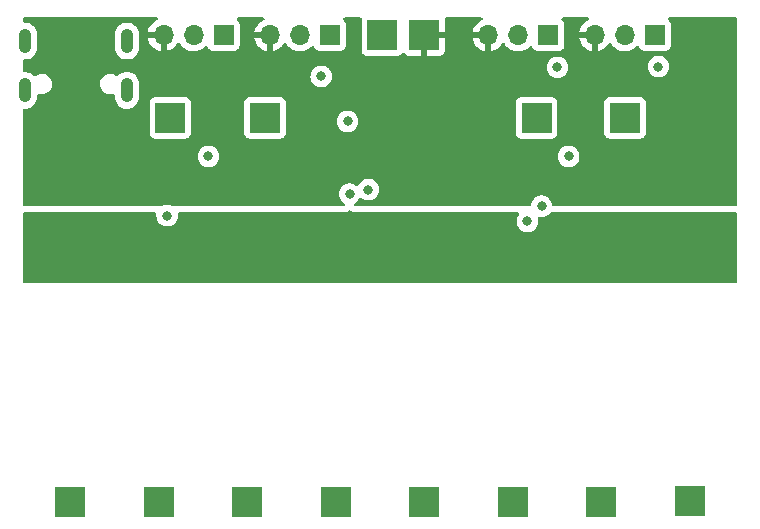
<source format=gbr>
%TF.GenerationSoftware,KiCad,Pcbnew,(6.0.4)*%
%TF.CreationDate,2023-01-21T01:53:35+00:00*%
%TF.ProjectId,Diff_probe,44696666-5f70-4726-9f62-652e6b696361,rev?*%
%TF.SameCoordinates,Original*%
%TF.FileFunction,Copper,L3,Inr*%
%TF.FilePolarity,Positive*%
%FSLAX46Y46*%
G04 Gerber Fmt 4.6, Leading zero omitted, Abs format (unit mm)*
G04 Created by KiCad (PCBNEW (6.0.4)) date 2023-01-21 01:53:35*
%MOMM*%
%LPD*%
G01*
G04 APERTURE LIST*
%TA.AperFunction,ComponentPad*%
%ADD10R,2.500000X2.500000*%
%TD*%
%TA.AperFunction,ComponentPad*%
%ADD11R,1.700000X1.700000*%
%TD*%
%TA.AperFunction,ComponentPad*%
%ADD12O,1.700000X1.700000*%
%TD*%
%TA.AperFunction,ComponentPad*%
%ADD13O,1.050000X2.100000*%
%TD*%
%TA.AperFunction,ViaPad*%
%ADD14C,0.800000*%
%TD*%
G04 APERTURE END LIST*
D10*
%TO.N,Net-(R23-Pad1)*%
%TO.C,TP11*%
X173000000Y-58500000D03*
%TD*%
D11*
%TO.N,GND*%
%TO.C,J5*%
X177525000Y-19000000D03*
D12*
%TO.N,Output4*%
X174985000Y-19000000D03*
%TO.N,+5V*%
X172445000Y-19000000D03*
%TD*%
D10*
%TO.N,Net-(JP7-Pad2)*%
%TO.C,TP13*%
X167500000Y-26000000D03*
%TD*%
%TO.N,Net-(R2-Pad1)*%
%TO.C,TP4*%
X143000000Y-58500000D03*
%TD*%
%TO.N,Net-(R21-Pad1)*%
%TO.C,TP9*%
X158000000Y-58500000D03*
%TD*%
D11*
%TO.N,GND*%
%TO.C,J1*%
X141000000Y-19000000D03*
D12*
%TO.N,Output1*%
X138460000Y-19000000D03*
%TO.N,+5V*%
X135920000Y-19000000D03*
%TD*%
D11*
%TO.N,GND*%
%TO.C,J3*%
X150025000Y-19000000D03*
D12*
%TO.N,Output2*%
X147485000Y-19000000D03*
%TO.N,+5V*%
X144945000Y-19000000D03*
%TD*%
D11*
%TO.N,GND*%
%TO.C,J4*%
X168500000Y-19000000D03*
D12*
%TO.N,Output3*%
X165960000Y-19000000D03*
%TO.N,+5V*%
X163420000Y-19000000D03*
%TD*%
D13*
%TO.N,GND*%
%TO.C,J2*%
X132820000Y-23680000D03*
X124180000Y-23680000D03*
X132820000Y-19500000D03*
X124180000Y-19500000D03*
%TD*%
D10*
%TO.N,Net-(R22-Pad1)*%
%TO.C,TP10*%
X165500000Y-58500000D03*
%TD*%
%TO.N,Net-(R3-Pad1)*%
%TO.C,TP1*%
X128000000Y-58500000D03*
%TD*%
%TO.N,GND*%
%TO.C,TP8*%
X154450000Y-19000000D03*
%TD*%
%TO.N,Net-(JP4-Pad2)*%
%TO.C,TP6*%
X144500000Y-26000000D03*
%TD*%
%TO.N,Net-(JP8-Pad2)*%
%TO.C,TP14*%
X175000000Y-26000000D03*
%TD*%
%TO.N,+5V*%
%TO.C,TP7*%
X158000000Y-19000000D03*
%TD*%
%TO.N,Net-(R24-Pad1)*%
%TO.C,TP12*%
X180500000Y-58462500D03*
%TD*%
%TO.N,Net-(R12-Pad1)*%
%TO.C,TP5*%
X150500000Y-58500000D03*
%TD*%
%TO.N,Net-(JP2-Pad2)*%
%TO.C,TP3*%
X136500000Y-26000000D03*
%TD*%
%TO.N,Net-(R4-Pad1)*%
%TO.C,TP2*%
X135500000Y-58500000D03*
%TD*%
D14*
%TO.N,GND*%
X151500000Y-26300000D03*
%TO.N,+5V*%
X151525500Y-24800000D03*
%TO.N,+2V5*%
X143275000Y-36725000D03*
X136504845Y-36572675D03*
X157500000Y-34362500D03*
X168050000Y-36450000D03*
X174000000Y-36500000D03*
%TO.N,GND*%
X169275000Y-21725000D03*
X166725000Y-34775000D03*
X177825000Y-21675000D03*
X170225000Y-29275000D03*
X151675000Y-32456250D03*
X139725000Y-29275000D03*
X153256250Y-32075000D03*
X149275000Y-22500000D03*
X136225000Y-34275000D03*
X167927223Y-33481346D03*
%TO.N,+5V*%
X172075000Y-29075000D03*
X141575000Y-29575000D03*
X153081250Y-30200000D03*
X127000000Y-30000000D03*
X151375000Y-29456250D03*
%TD*%
%TA.AperFunction,Conductor*%
%TO.N,+2V5*%
G36*
X151727482Y-33846499D02*
G01*
X151758753Y-33866384D01*
X151804565Y-33906081D01*
X151804568Y-33906083D01*
X151811376Y-33911982D01*
X151944325Y-33972698D01*
X151954995Y-33975831D01*
X152008123Y-33991431D01*
X152008127Y-33991432D01*
X152012446Y-33992700D01*
X152016895Y-33993340D01*
X152016901Y-33993341D01*
X152152668Y-34012861D01*
X152152673Y-34012861D01*
X152157115Y-34013500D01*
X157180618Y-34013500D01*
X157260961Y-34007176D01*
X157296596Y-34001531D01*
X157300552Y-34000360D01*
X157302928Y-33999656D01*
X157307250Y-33998377D01*
X157324464Y-33995925D01*
X157324477Y-33995984D01*
X157445534Y-33970252D01*
X157471722Y-33967500D01*
X157528271Y-33967500D01*
X157554468Y-33970253D01*
X157669044Y-33994607D01*
X157675502Y-33995980D01*
X157675507Y-33995981D01*
X157675449Y-33996256D01*
X157691258Y-33997936D01*
X157699445Y-34000360D01*
X157699460Y-34000363D01*
X157703404Y-34001531D01*
X157739039Y-34007176D01*
X157819382Y-34013500D01*
X165905151Y-34013500D01*
X165973272Y-34033502D01*
X166019765Y-34087158D01*
X166029869Y-34157432D01*
X165998789Y-34223808D01*
X165985960Y-34238056D01*
X165890473Y-34403444D01*
X165831458Y-34585072D01*
X165811496Y-34775000D01*
X165831458Y-34964928D01*
X165890473Y-35146556D01*
X165893776Y-35152278D01*
X165893777Y-35152279D01*
X165911803Y-35183500D01*
X165985960Y-35311944D01*
X166113747Y-35453866D01*
X166268248Y-35566118D01*
X166274276Y-35568802D01*
X166274278Y-35568803D01*
X166436681Y-35641109D01*
X166442712Y-35643794D01*
X166536112Y-35663647D01*
X166623056Y-35682128D01*
X166623061Y-35682128D01*
X166629513Y-35683500D01*
X166820487Y-35683500D01*
X166826939Y-35682128D01*
X166826944Y-35682128D01*
X166913887Y-35663647D01*
X167007288Y-35643794D01*
X167013319Y-35641109D01*
X167175722Y-35568803D01*
X167175724Y-35568802D01*
X167181752Y-35566118D01*
X167336253Y-35453866D01*
X167464040Y-35311944D01*
X167538197Y-35183500D01*
X167556223Y-35152279D01*
X167556224Y-35152278D01*
X167559527Y-35146556D01*
X167618542Y-34964928D01*
X167638504Y-34775000D01*
X167618542Y-34585072D01*
X167602026Y-34534241D01*
X167599998Y-34463275D01*
X167636660Y-34402477D01*
X167700372Y-34371152D01*
X167748055Y-34372059D01*
X167767876Y-34376272D01*
X167825279Y-34388474D01*
X167825284Y-34388474D01*
X167831736Y-34389846D01*
X168022710Y-34389846D01*
X168029162Y-34388474D01*
X168029167Y-34388474D01*
X168116111Y-34369993D01*
X168209511Y-34350140D01*
X168363534Y-34281565D01*
X168377945Y-34275149D01*
X168377947Y-34275148D01*
X168383975Y-34272464D01*
X168389521Y-34268435D01*
X168450941Y-34223810D01*
X168538476Y-34160212D01*
X168661794Y-34023253D01*
X168722239Y-33986014D01*
X168790927Y-33986668D01*
X168807147Y-33991431D01*
X168807151Y-33991432D01*
X168811470Y-33992700D01*
X168815919Y-33993340D01*
X168815925Y-33993341D01*
X168951692Y-34012861D01*
X168951697Y-34012861D01*
X168956139Y-34013500D01*
X184365500Y-34013500D01*
X184433621Y-34033502D01*
X184480114Y-34087158D01*
X184491500Y-34139500D01*
X184491500Y-39874000D01*
X184471498Y-39942121D01*
X184417842Y-39988614D01*
X184365500Y-40000000D01*
X124134500Y-40000000D01*
X124066379Y-39979998D01*
X124019886Y-39926342D01*
X124008500Y-39874000D01*
X124008500Y-34139500D01*
X124028502Y-34071379D01*
X124082158Y-34024886D01*
X124134500Y-34013500D01*
X135199043Y-34013500D01*
X135267164Y-34033502D01*
X135313657Y-34087158D01*
X135324353Y-34152670D01*
X135323152Y-34164095D01*
X135311496Y-34275000D01*
X135331458Y-34464928D01*
X135390473Y-34646556D01*
X135485960Y-34811944D01*
X135613747Y-34953866D01*
X135768248Y-35066118D01*
X135774276Y-35068802D01*
X135774278Y-35068803D01*
X135934799Y-35140271D01*
X135942712Y-35143794D01*
X136036112Y-35163647D01*
X136123056Y-35182128D01*
X136123061Y-35182128D01*
X136129513Y-35183500D01*
X136320487Y-35183500D01*
X136326939Y-35182128D01*
X136326944Y-35182128D01*
X136413888Y-35163647D01*
X136507288Y-35143794D01*
X136515201Y-35140271D01*
X136675722Y-35068803D01*
X136675724Y-35068802D01*
X136681752Y-35066118D01*
X136836253Y-34953866D01*
X136964040Y-34811944D01*
X137059527Y-34646556D01*
X137118542Y-34464928D01*
X137138504Y-34275000D01*
X137126848Y-34164095D01*
X137125647Y-34152670D01*
X137138419Y-34082832D01*
X137186921Y-34030985D01*
X137250957Y-34013500D01*
X151192885Y-34013500D01*
X151254115Y-34006770D01*
X151300998Y-34001617D01*
X151301006Y-34001616D01*
X151304424Y-34001240D01*
X151342802Y-33992700D01*
X151354491Y-33990099D01*
X151354494Y-33990098D01*
X151357856Y-33989350D01*
X151361114Y-33988240D01*
X151361120Y-33988238D01*
X151413893Y-33970253D01*
X151464074Y-33953152D01*
X151470729Y-33948785D01*
X151582509Y-33875434D01*
X151582512Y-33875432D01*
X151586271Y-33872965D01*
X151592820Y-33867180D01*
X151657115Y-33837069D01*
X151727482Y-33846499D01*
G37*
%TD.AperFunction*%
%TD*%
%TA.AperFunction,Conductor*%
%TO.N,+5V*%
G36*
X135397196Y-17528502D02*
G01*
X135443689Y-17582158D01*
X135453793Y-17652432D01*
X135424299Y-17717012D01*
X135387255Y-17746263D01*
X135198463Y-17844542D01*
X135189738Y-17850036D01*
X135019433Y-17977905D01*
X135011726Y-17984748D01*
X134864590Y-18138717D01*
X134858104Y-18146727D01*
X134738098Y-18322649D01*
X134733000Y-18331623D01*
X134643338Y-18524783D01*
X134639775Y-18534470D01*
X134584389Y-18734183D01*
X134585912Y-18742607D01*
X134598292Y-18746000D01*
X136048000Y-18746000D01*
X136116121Y-18766002D01*
X136162614Y-18819658D01*
X136174000Y-18872000D01*
X136174000Y-20318517D01*
X136178064Y-20332359D01*
X136191478Y-20334393D01*
X136198184Y-20333534D01*
X136208262Y-20331392D01*
X136412255Y-20270191D01*
X136421842Y-20266433D01*
X136613095Y-20172739D01*
X136621945Y-20167464D01*
X136795328Y-20043792D01*
X136803200Y-20037139D01*
X136954052Y-19886812D01*
X136960730Y-19878965D01*
X137088022Y-19701819D01*
X137089279Y-19702722D01*
X137136373Y-19659362D01*
X137206311Y-19647145D01*
X137271751Y-19674678D01*
X137299579Y-19706511D01*
X137359987Y-19805088D01*
X137506250Y-19973938D01*
X137678126Y-20116632D01*
X137871000Y-20229338D01*
X137875825Y-20231180D01*
X137875826Y-20231181D01*
X137916699Y-20246789D01*
X138079692Y-20309030D01*
X138084760Y-20310061D01*
X138084763Y-20310062D01*
X138179862Y-20329410D01*
X138298597Y-20353567D01*
X138303772Y-20353757D01*
X138303774Y-20353757D01*
X138516673Y-20361564D01*
X138516677Y-20361564D01*
X138521837Y-20361753D01*
X138526957Y-20361097D01*
X138526959Y-20361097D01*
X138738288Y-20334025D01*
X138738289Y-20334025D01*
X138743416Y-20333368D01*
X138748366Y-20331883D01*
X138952429Y-20270661D01*
X138952434Y-20270659D01*
X138957384Y-20269174D01*
X139157994Y-20170896D01*
X139339860Y-20041173D01*
X139448091Y-19933319D01*
X139510462Y-19899404D01*
X139581268Y-19904592D01*
X139638030Y-19947238D01*
X139655012Y-19978341D01*
X139699385Y-20096705D01*
X139786739Y-20213261D01*
X139903295Y-20300615D01*
X140039684Y-20351745D01*
X140101866Y-20358500D01*
X141898134Y-20358500D01*
X141960316Y-20351745D01*
X142096705Y-20300615D01*
X142213261Y-20213261D01*
X142300615Y-20096705D01*
X142351745Y-19960316D01*
X142358500Y-19898134D01*
X142358500Y-19267966D01*
X143613257Y-19267966D01*
X143643565Y-19402446D01*
X143646645Y-19412275D01*
X143726770Y-19609603D01*
X143731413Y-19618794D01*
X143842694Y-19800388D01*
X143848777Y-19808699D01*
X143988213Y-19969667D01*
X143995580Y-19976883D01*
X144159434Y-20112916D01*
X144167881Y-20118831D01*
X144351756Y-20226279D01*
X144361042Y-20230729D01*
X144560001Y-20306703D01*
X144569899Y-20309579D01*
X144673250Y-20330606D01*
X144687299Y-20329410D01*
X144691000Y-20319065D01*
X144691000Y-19272115D01*
X144686525Y-19256876D01*
X144685135Y-19255671D01*
X144677452Y-19254000D01*
X143628225Y-19254000D01*
X143614694Y-19257973D01*
X143613257Y-19267966D01*
X142358500Y-19267966D01*
X142358500Y-18101866D01*
X142351745Y-18039684D01*
X142300615Y-17903295D01*
X142213261Y-17786739D01*
X142173098Y-17756638D01*
X142144661Y-17735326D01*
X142102146Y-17678467D01*
X142097120Y-17607648D01*
X142131180Y-17545355D01*
X142193511Y-17511365D01*
X142220226Y-17508500D01*
X144354075Y-17508500D01*
X144422196Y-17528502D01*
X144468689Y-17582158D01*
X144478793Y-17652432D01*
X144449299Y-17717012D01*
X144412255Y-17746263D01*
X144223463Y-17844542D01*
X144214738Y-17850036D01*
X144044433Y-17977905D01*
X144036726Y-17984748D01*
X143889590Y-18138717D01*
X143883104Y-18146727D01*
X143763098Y-18322649D01*
X143758000Y-18331623D01*
X143668338Y-18524783D01*
X143664775Y-18534470D01*
X143609389Y-18734183D01*
X143610912Y-18742607D01*
X143623292Y-18746000D01*
X145073000Y-18746000D01*
X145141121Y-18766002D01*
X145187614Y-18819658D01*
X145199000Y-18872000D01*
X145199000Y-20318517D01*
X145203064Y-20332359D01*
X145216478Y-20334393D01*
X145223184Y-20333534D01*
X145233262Y-20331392D01*
X145437255Y-20270191D01*
X145446842Y-20266433D01*
X145638095Y-20172739D01*
X145646945Y-20167464D01*
X145820328Y-20043792D01*
X145828200Y-20037139D01*
X145979052Y-19886812D01*
X145985730Y-19878965D01*
X146113022Y-19701819D01*
X146114279Y-19702722D01*
X146161373Y-19659362D01*
X146231311Y-19647145D01*
X146296751Y-19674678D01*
X146324579Y-19706511D01*
X146384987Y-19805088D01*
X146531250Y-19973938D01*
X146703126Y-20116632D01*
X146896000Y-20229338D01*
X146900825Y-20231180D01*
X146900826Y-20231181D01*
X146941699Y-20246789D01*
X147104692Y-20309030D01*
X147109760Y-20310061D01*
X147109763Y-20310062D01*
X147204862Y-20329410D01*
X147323597Y-20353567D01*
X147328772Y-20353757D01*
X147328774Y-20353757D01*
X147541673Y-20361564D01*
X147541677Y-20361564D01*
X147546837Y-20361753D01*
X147551957Y-20361097D01*
X147551959Y-20361097D01*
X147763288Y-20334025D01*
X147763289Y-20334025D01*
X147768416Y-20333368D01*
X147773366Y-20331883D01*
X147977429Y-20270661D01*
X147977434Y-20270659D01*
X147982384Y-20269174D01*
X148182994Y-20170896D01*
X148364860Y-20041173D01*
X148473091Y-19933319D01*
X148535462Y-19899404D01*
X148606268Y-19904592D01*
X148663030Y-19947238D01*
X148680012Y-19978341D01*
X148724385Y-20096705D01*
X148811739Y-20213261D01*
X148928295Y-20300615D01*
X149064684Y-20351745D01*
X149126866Y-20358500D01*
X150923134Y-20358500D01*
X150985316Y-20351745D01*
X151121705Y-20300615D01*
X151238261Y-20213261D01*
X151325615Y-20096705D01*
X151376745Y-19960316D01*
X151383500Y-19898134D01*
X151383500Y-18101866D01*
X151376745Y-18039684D01*
X151325615Y-17903295D01*
X151238261Y-17786739D01*
X151198098Y-17756638D01*
X151169661Y-17735326D01*
X151127146Y-17678467D01*
X151122120Y-17607648D01*
X151156180Y-17545355D01*
X151218511Y-17511365D01*
X151245226Y-17508500D01*
X152572077Y-17508500D01*
X152640198Y-17528502D01*
X152686691Y-17582158D01*
X152697340Y-17648105D01*
X152691500Y-17701866D01*
X152691500Y-20298134D01*
X152698255Y-20360316D01*
X152749385Y-20496705D01*
X152836739Y-20613261D01*
X152953295Y-20700615D01*
X153089684Y-20751745D01*
X153151866Y-20758500D01*
X155748134Y-20758500D01*
X155810316Y-20751745D01*
X155946705Y-20700615D01*
X156063261Y-20613261D01*
X156124489Y-20531565D01*
X156181345Y-20489053D01*
X156252163Y-20484027D01*
X156314457Y-20518087D01*
X156326138Y-20531568D01*
X156381715Y-20605724D01*
X156394276Y-20618285D01*
X156496351Y-20694786D01*
X156511946Y-20703324D01*
X156632394Y-20748478D01*
X156647649Y-20752105D01*
X156698514Y-20757631D01*
X156705328Y-20758000D01*
X157727885Y-20758000D01*
X157743124Y-20753525D01*
X157744329Y-20752135D01*
X157746000Y-20744452D01*
X157746000Y-20739884D01*
X158254000Y-20739884D01*
X158258475Y-20755123D01*
X158259865Y-20756328D01*
X158267548Y-20757999D01*
X159294669Y-20757999D01*
X159301490Y-20757629D01*
X159352352Y-20752105D01*
X159367604Y-20748479D01*
X159488054Y-20703324D01*
X159503649Y-20694786D01*
X159605724Y-20618285D01*
X159618285Y-20605724D01*
X159694786Y-20503649D01*
X159703324Y-20488054D01*
X159748478Y-20367606D01*
X159752105Y-20352351D01*
X159757631Y-20301486D01*
X159758000Y-20294672D01*
X159758000Y-19272115D01*
X159756782Y-19267966D01*
X162088257Y-19267966D01*
X162118565Y-19402446D01*
X162121645Y-19412275D01*
X162201770Y-19609603D01*
X162206413Y-19618794D01*
X162317694Y-19800388D01*
X162323777Y-19808699D01*
X162463213Y-19969667D01*
X162470580Y-19976883D01*
X162634434Y-20112916D01*
X162642881Y-20118831D01*
X162826756Y-20226279D01*
X162836042Y-20230729D01*
X163035001Y-20306703D01*
X163044899Y-20309579D01*
X163148250Y-20330606D01*
X163162299Y-20329410D01*
X163166000Y-20319065D01*
X163166000Y-19272115D01*
X163161525Y-19256876D01*
X163160135Y-19255671D01*
X163152452Y-19254000D01*
X162103225Y-19254000D01*
X162089694Y-19257973D01*
X162088257Y-19267966D01*
X159756782Y-19267966D01*
X159753525Y-19256876D01*
X159752135Y-19255671D01*
X159744452Y-19254000D01*
X158272115Y-19254000D01*
X158256876Y-19258475D01*
X158255671Y-19259865D01*
X158254000Y-19267548D01*
X158254000Y-20739884D01*
X157746000Y-20739884D01*
X157746000Y-18872000D01*
X157766002Y-18803879D01*
X157819658Y-18757386D01*
X157872000Y-18746000D01*
X159739884Y-18746000D01*
X159755123Y-18741525D01*
X159756328Y-18740135D01*
X159757999Y-18732452D01*
X159757999Y-17705331D01*
X159757629Y-17698509D01*
X159752155Y-17648105D01*
X159764684Y-17578223D01*
X159813006Y-17526208D01*
X159877418Y-17508500D01*
X162829075Y-17508500D01*
X162897196Y-17528502D01*
X162943689Y-17582158D01*
X162953793Y-17652432D01*
X162924299Y-17717012D01*
X162887255Y-17746263D01*
X162698463Y-17844542D01*
X162689738Y-17850036D01*
X162519433Y-17977905D01*
X162511726Y-17984748D01*
X162364590Y-18138717D01*
X162358104Y-18146727D01*
X162238098Y-18322649D01*
X162233000Y-18331623D01*
X162143338Y-18524783D01*
X162139775Y-18534470D01*
X162084389Y-18734183D01*
X162085912Y-18742607D01*
X162098292Y-18746000D01*
X163548000Y-18746000D01*
X163616121Y-18766002D01*
X163662614Y-18819658D01*
X163674000Y-18872000D01*
X163674000Y-20318517D01*
X163678064Y-20332359D01*
X163691478Y-20334393D01*
X163698184Y-20333534D01*
X163708262Y-20331392D01*
X163912255Y-20270191D01*
X163921842Y-20266433D01*
X164113095Y-20172739D01*
X164121945Y-20167464D01*
X164295328Y-20043792D01*
X164303200Y-20037139D01*
X164454052Y-19886812D01*
X164460730Y-19878965D01*
X164588022Y-19701819D01*
X164589279Y-19702722D01*
X164636373Y-19659362D01*
X164706311Y-19647145D01*
X164771751Y-19674678D01*
X164799579Y-19706511D01*
X164859987Y-19805088D01*
X165006250Y-19973938D01*
X165178126Y-20116632D01*
X165371000Y-20229338D01*
X165375825Y-20231180D01*
X165375826Y-20231181D01*
X165416699Y-20246789D01*
X165579692Y-20309030D01*
X165584760Y-20310061D01*
X165584763Y-20310062D01*
X165679862Y-20329410D01*
X165798597Y-20353567D01*
X165803772Y-20353757D01*
X165803774Y-20353757D01*
X166016673Y-20361564D01*
X166016677Y-20361564D01*
X166021837Y-20361753D01*
X166026957Y-20361097D01*
X166026959Y-20361097D01*
X166238288Y-20334025D01*
X166238289Y-20334025D01*
X166243416Y-20333368D01*
X166248366Y-20331883D01*
X166452429Y-20270661D01*
X166452434Y-20270659D01*
X166457384Y-20269174D01*
X166657994Y-20170896D01*
X166839860Y-20041173D01*
X166948091Y-19933319D01*
X167010462Y-19899404D01*
X167081268Y-19904592D01*
X167138030Y-19947238D01*
X167155012Y-19978341D01*
X167199385Y-20096705D01*
X167286739Y-20213261D01*
X167403295Y-20300615D01*
X167539684Y-20351745D01*
X167601866Y-20358500D01*
X169398134Y-20358500D01*
X169460316Y-20351745D01*
X169596705Y-20300615D01*
X169713261Y-20213261D01*
X169800615Y-20096705D01*
X169851745Y-19960316D01*
X169858500Y-19898134D01*
X169858500Y-19267966D01*
X171113257Y-19267966D01*
X171143565Y-19402446D01*
X171146645Y-19412275D01*
X171226770Y-19609603D01*
X171231413Y-19618794D01*
X171342694Y-19800388D01*
X171348777Y-19808699D01*
X171488213Y-19969667D01*
X171495580Y-19976883D01*
X171659434Y-20112916D01*
X171667881Y-20118831D01*
X171851756Y-20226279D01*
X171861042Y-20230729D01*
X172060001Y-20306703D01*
X172069899Y-20309579D01*
X172173250Y-20330606D01*
X172187299Y-20329410D01*
X172191000Y-20319065D01*
X172191000Y-19272115D01*
X172186525Y-19256876D01*
X172185135Y-19255671D01*
X172177452Y-19254000D01*
X171128225Y-19254000D01*
X171114694Y-19257973D01*
X171113257Y-19267966D01*
X169858500Y-19267966D01*
X169858500Y-18101866D01*
X169851745Y-18039684D01*
X169800615Y-17903295D01*
X169713261Y-17786739D01*
X169673098Y-17756638D01*
X169644661Y-17735326D01*
X169602146Y-17678467D01*
X169597120Y-17607648D01*
X169631180Y-17545355D01*
X169693511Y-17511365D01*
X169720226Y-17508500D01*
X171854075Y-17508500D01*
X171922196Y-17528502D01*
X171968689Y-17582158D01*
X171978793Y-17652432D01*
X171949299Y-17717012D01*
X171912255Y-17746263D01*
X171723463Y-17844542D01*
X171714738Y-17850036D01*
X171544433Y-17977905D01*
X171536726Y-17984748D01*
X171389590Y-18138717D01*
X171383104Y-18146727D01*
X171263098Y-18322649D01*
X171258000Y-18331623D01*
X171168338Y-18524783D01*
X171164775Y-18534470D01*
X171109389Y-18734183D01*
X171110912Y-18742607D01*
X171123292Y-18746000D01*
X172573000Y-18746000D01*
X172641121Y-18766002D01*
X172687614Y-18819658D01*
X172699000Y-18872000D01*
X172699000Y-20318517D01*
X172703064Y-20332359D01*
X172716478Y-20334393D01*
X172723184Y-20333534D01*
X172733262Y-20331392D01*
X172937255Y-20270191D01*
X172946842Y-20266433D01*
X173138095Y-20172739D01*
X173146945Y-20167464D01*
X173320328Y-20043792D01*
X173328200Y-20037139D01*
X173479052Y-19886812D01*
X173485730Y-19878965D01*
X173613022Y-19701819D01*
X173614279Y-19702722D01*
X173661373Y-19659362D01*
X173731311Y-19647145D01*
X173796751Y-19674678D01*
X173824579Y-19706511D01*
X173884987Y-19805088D01*
X174031250Y-19973938D01*
X174203126Y-20116632D01*
X174396000Y-20229338D01*
X174400825Y-20231180D01*
X174400826Y-20231181D01*
X174441699Y-20246789D01*
X174604692Y-20309030D01*
X174609760Y-20310061D01*
X174609763Y-20310062D01*
X174704862Y-20329410D01*
X174823597Y-20353567D01*
X174828772Y-20353757D01*
X174828774Y-20353757D01*
X175041673Y-20361564D01*
X175041677Y-20361564D01*
X175046837Y-20361753D01*
X175051957Y-20361097D01*
X175051959Y-20361097D01*
X175263288Y-20334025D01*
X175263289Y-20334025D01*
X175268416Y-20333368D01*
X175273366Y-20331883D01*
X175477429Y-20270661D01*
X175477434Y-20270659D01*
X175482384Y-20269174D01*
X175682994Y-20170896D01*
X175864860Y-20041173D01*
X175973091Y-19933319D01*
X176035462Y-19899404D01*
X176106268Y-19904592D01*
X176163030Y-19947238D01*
X176180012Y-19978341D01*
X176224385Y-20096705D01*
X176311739Y-20213261D01*
X176428295Y-20300615D01*
X176564684Y-20351745D01*
X176626866Y-20358500D01*
X178423134Y-20358500D01*
X178485316Y-20351745D01*
X178621705Y-20300615D01*
X178738261Y-20213261D01*
X178825615Y-20096705D01*
X178876745Y-19960316D01*
X178883500Y-19898134D01*
X178883500Y-18101866D01*
X178876745Y-18039684D01*
X178825615Y-17903295D01*
X178738261Y-17786739D01*
X178698098Y-17756638D01*
X178669661Y-17735326D01*
X178627146Y-17678467D01*
X178622120Y-17607648D01*
X178656180Y-17545355D01*
X178718511Y-17511365D01*
X178745226Y-17508500D01*
X184365500Y-17508500D01*
X184433621Y-17528502D01*
X184480114Y-17582158D01*
X184491500Y-17634500D01*
X184491500Y-33374000D01*
X184471498Y-33442121D01*
X184417842Y-33488614D01*
X184365500Y-33500000D01*
X168956139Y-33500000D01*
X168888018Y-33479998D01*
X168841525Y-33426342D01*
X168830829Y-33387171D01*
X168821455Y-33297980D01*
X168821454Y-33297977D01*
X168820765Y-33291418D01*
X168761750Y-33109790D01*
X168666263Y-32944402D01*
X168598194Y-32868803D01*
X168542898Y-32807391D01*
X168542897Y-32807390D01*
X168538476Y-32802480D01*
X168383975Y-32690228D01*
X168377947Y-32687544D01*
X168377945Y-32687543D01*
X168215542Y-32615237D01*
X168215541Y-32615237D01*
X168209511Y-32612552D01*
X168116110Y-32592699D01*
X168029167Y-32574218D01*
X168029162Y-32574218D01*
X168022710Y-32572846D01*
X167831736Y-32572846D01*
X167825284Y-32574218D01*
X167825279Y-32574218D01*
X167738335Y-32592699D01*
X167644935Y-32612552D01*
X167638905Y-32615237D01*
X167638904Y-32615237D01*
X167476501Y-32687543D01*
X167476499Y-32687544D01*
X167470471Y-32690228D01*
X167315970Y-32802480D01*
X167311549Y-32807390D01*
X167311548Y-32807391D01*
X167256253Y-32868803D01*
X167188183Y-32944402D01*
X167092696Y-33109790D01*
X167033681Y-33291418D01*
X167032992Y-33297977D01*
X167032991Y-33297980D01*
X167023617Y-33387171D01*
X166996604Y-33452827D01*
X166938382Y-33493457D01*
X166898307Y-33500000D01*
X157819382Y-33500000D01*
X157783747Y-33494355D01*
X157782288Y-33493706D01*
X157775833Y-33492334D01*
X157775830Y-33492333D01*
X157601944Y-33455372D01*
X157601939Y-33455372D01*
X157595487Y-33454000D01*
X157404513Y-33454000D01*
X157398061Y-33455372D01*
X157398056Y-33455372D01*
X157224170Y-33492333D01*
X157224167Y-33492334D01*
X157217712Y-33493706D01*
X157216253Y-33494355D01*
X157180618Y-33500000D01*
X152157115Y-33500000D01*
X152088994Y-33479998D01*
X152042501Y-33426342D01*
X152032397Y-33356068D01*
X152061891Y-33291488D01*
X152105867Y-33258893D01*
X152125719Y-33250055D01*
X152125726Y-33250051D01*
X152131752Y-33247368D01*
X152286253Y-33135116D01*
X152414040Y-32993194D01*
X152509527Y-32827806D01*
X152512104Y-32829294D01*
X152549831Y-32785075D01*
X152617797Y-32764553D01*
X152686069Y-32784033D01*
X152692821Y-32788612D01*
X152799498Y-32866118D01*
X152805526Y-32868802D01*
X152805528Y-32868803D01*
X152964304Y-32939494D01*
X152973962Y-32943794D01*
X153067363Y-32963647D01*
X153154306Y-32982128D01*
X153154311Y-32982128D01*
X153160763Y-32983500D01*
X153351737Y-32983500D01*
X153358189Y-32982128D01*
X153358194Y-32982128D01*
X153445137Y-32963647D01*
X153538538Y-32943794D01*
X153548196Y-32939494D01*
X153706972Y-32868803D01*
X153706974Y-32868802D01*
X153713002Y-32866118D01*
X153867503Y-32753866D01*
X153871925Y-32748955D01*
X153990871Y-32616852D01*
X153990872Y-32616851D01*
X153995290Y-32611944D01*
X154090777Y-32446556D01*
X154149792Y-32264928D01*
X154169754Y-32075000D01*
X154149792Y-31885072D01*
X154090777Y-31703444D01*
X153995290Y-31538056D01*
X153867503Y-31396134D01*
X153713002Y-31283882D01*
X153706974Y-31281198D01*
X153706972Y-31281197D01*
X153544569Y-31208891D01*
X153544568Y-31208891D01*
X153538538Y-31206206D01*
X153445138Y-31186353D01*
X153358194Y-31167872D01*
X153358189Y-31167872D01*
X153351737Y-31166500D01*
X153160763Y-31166500D01*
X153154311Y-31167872D01*
X153154306Y-31167872D01*
X153067363Y-31186353D01*
X152973962Y-31206206D01*
X152967932Y-31208891D01*
X152967931Y-31208891D01*
X152805528Y-31281197D01*
X152805526Y-31281198D01*
X152799498Y-31283882D01*
X152644997Y-31396134D01*
X152517210Y-31538056D01*
X152421723Y-31703444D01*
X152419146Y-31701956D01*
X152381419Y-31746175D01*
X152313453Y-31766697D01*
X152245181Y-31747217D01*
X152238428Y-31742637D01*
X152137094Y-31669013D01*
X152137093Y-31669012D01*
X152131752Y-31665132D01*
X152125724Y-31662448D01*
X152125722Y-31662447D01*
X151963319Y-31590141D01*
X151963318Y-31590141D01*
X151957288Y-31587456D01*
X151863887Y-31567603D01*
X151776944Y-31549122D01*
X151776939Y-31549122D01*
X151770487Y-31547750D01*
X151579513Y-31547750D01*
X151573061Y-31549122D01*
X151573056Y-31549122D01*
X151486113Y-31567603D01*
X151392712Y-31587456D01*
X151386682Y-31590141D01*
X151386681Y-31590141D01*
X151224278Y-31662447D01*
X151224276Y-31662448D01*
X151218248Y-31665132D01*
X151063747Y-31777384D01*
X151059326Y-31782294D01*
X151059325Y-31782295D01*
X150981854Y-31868336D01*
X150935960Y-31919306D01*
X150840473Y-32084694D01*
X150781458Y-32266322D01*
X150761496Y-32456250D01*
X150762186Y-32462815D01*
X150777780Y-32611180D01*
X150781458Y-32646178D01*
X150840473Y-32827806D01*
X150935960Y-32993194D01*
X151063747Y-33135116D01*
X151218248Y-33247368D01*
X151224274Y-33250051D01*
X151224281Y-33250055D01*
X151244133Y-33258893D01*
X151298229Y-33304873D01*
X151318879Y-33372800D01*
X151299527Y-33441108D01*
X151246317Y-33488110D01*
X151192885Y-33500000D01*
X136742050Y-33500000D01*
X136681768Y-33483846D01*
X136681752Y-33483882D01*
X136681523Y-33483780D01*
X136675724Y-33481198D01*
X136675722Y-33481197D01*
X136513319Y-33408891D01*
X136513318Y-33408891D01*
X136507288Y-33406206D01*
X136413887Y-33386353D01*
X136326944Y-33367872D01*
X136326939Y-33367872D01*
X136320487Y-33366500D01*
X136129513Y-33366500D01*
X136123061Y-33367872D01*
X136123056Y-33367872D01*
X136036112Y-33386353D01*
X135942712Y-33406206D01*
X135936682Y-33408891D01*
X135936681Y-33408891D01*
X135774278Y-33481197D01*
X135774276Y-33481198D01*
X135768248Y-33483882D01*
X135768232Y-33483846D01*
X135707950Y-33500000D01*
X124134500Y-33500000D01*
X124066379Y-33479998D01*
X124019886Y-33426342D01*
X124008500Y-33374000D01*
X124008500Y-29275000D01*
X138811496Y-29275000D01*
X138831458Y-29464928D01*
X138890473Y-29646556D01*
X138985960Y-29811944D01*
X139113747Y-29953866D01*
X139268248Y-30066118D01*
X139274276Y-30068802D01*
X139274278Y-30068803D01*
X139436681Y-30141109D01*
X139442712Y-30143794D01*
X139536113Y-30163647D01*
X139623056Y-30182128D01*
X139623061Y-30182128D01*
X139629513Y-30183500D01*
X139820487Y-30183500D01*
X139826939Y-30182128D01*
X139826944Y-30182128D01*
X139913887Y-30163647D01*
X140007288Y-30143794D01*
X140013319Y-30141109D01*
X140175722Y-30068803D01*
X140175724Y-30068802D01*
X140181752Y-30066118D01*
X140336253Y-29953866D01*
X140464040Y-29811944D01*
X140559527Y-29646556D01*
X140618542Y-29464928D01*
X140638504Y-29275000D01*
X169311496Y-29275000D01*
X169331458Y-29464928D01*
X169390473Y-29646556D01*
X169485960Y-29811944D01*
X169613747Y-29953866D01*
X169768248Y-30066118D01*
X169774276Y-30068802D01*
X169774278Y-30068803D01*
X169936681Y-30141109D01*
X169942712Y-30143794D01*
X170036113Y-30163647D01*
X170123056Y-30182128D01*
X170123061Y-30182128D01*
X170129513Y-30183500D01*
X170320487Y-30183500D01*
X170326939Y-30182128D01*
X170326944Y-30182128D01*
X170413887Y-30163647D01*
X170507288Y-30143794D01*
X170513319Y-30141109D01*
X170675722Y-30068803D01*
X170675724Y-30068802D01*
X170681752Y-30066118D01*
X170836253Y-29953866D01*
X170964040Y-29811944D01*
X171059527Y-29646556D01*
X171118542Y-29464928D01*
X171138504Y-29275000D01*
X171118542Y-29085072D01*
X171059527Y-28903444D01*
X170964040Y-28738056D01*
X170836253Y-28596134D01*
X170681752Y-28483882D01*
X170675724Y-28481198D01*
X170675722Y-28481197D01*
X170513319Y-28408891D01*
X170513318Y-28408891D01*
X170507288Y-28406206D01*
X170413887Y-28386353D01*
X170326944Y-28367872D01*
X170326939Y-28367872D01*
X170320487Y-28366500D01*
X170129513Y-28366500D01*
X170123061Y-28367872D01*
X170123056Y-28367872D01*
X170036113Y-28386353D01*
X169942712Y-28406206D01*
X169936682Y-28408891D01*
X169936681Y-28408891D01*
X169774278Y-28481197D01*
X169774276Y-28481198D01*
X169768248Y-28483882D01*
X169613747Y-28596134D01*
X169485960Y-28738056D01*
X169390473Y-28903444D01*
X169331458Y-29085072D01*
X169311496Y-29275000D01*
X140638504Y-29275000D01*
X140618542Y-29085072D01*
X140559527Y-28903444D01*
X140464040Y-28738056D01*
X140336253Y-28596134D01*
X140181752Y-28483882D01*
X140175724Y-28481198D01*
X140175722Y-28481197D01*
X140013319Y-28408891D01*
X140013318Y-28408891D01*
X140007288Y-28406206D01*
X139913887Y-28386353D01*
X139826944Y-28367872D01*
X139826939Y-28367872D01*
X139820487Y-28366500D01*
X139629513Y-28366500D01*
X139623061Y-28367872D01*
X139623056Y-28367872D01*
X139536113Y-28386353D01*
X139442712Y-28406206D01*
X139436682Y-28408891D01*
X139436681Y-28408891D01*
X139274278Y-28481197D01*
X139274276Y-28481198D01*
X139268248Y-28483882D01*
X139113747Y-28596134D01*
X138985960Y-28738056D01*
X138890473Y-28903444D01*
X138831458Y-29085072D01*
X138811496Y-29275000D01*
X124008500Y-29275000D01*
X124008500Y-27298134D01*
X134741500Y-27298134D01*
X134748255Y-27360316D01*
X134799385Y-27496705D01*
X134886739Y-27613261D01*
X135003295Y-27700615D01*
X135139684Y-27751745D01*
X135201866Y-27758500D01*
X137798134Y-27758500D01*
X137860316Y-27751745D01*
X137996705Y-27700615D01*
X138113261Y-27613261D01*
X138200615Y-27496705D01*
X138251745Y-27360316D01*
X138258500Y-27298134D01*
X142741500Y-27298134D01*
X142748255Y-27360316D01*
X142799385Y-27496705D01*
X142886739Y-27613261D01*
X143003295Y-27700615D01*
X143139684Y-27751745D01*
X143201866Y-27758500D01*
X145798134Y-27758500D01*
X145860316Y-27751745D01*
X145996705Y-27700615D01*
X146113261Y-27613261D01*
X146200615Y-27496705D01*
X146251745Y-27360316D01*
X146258500Y-27298134D01*
X165741500Y-27298134D01*
X165748255Y-27360316D01*
X165799385Y-27496705D01*
X165886739Y-27613261D01*
X166003295Y-27700615D01*
X166139684Y-27751745D01*
X166201866Y-27758500D01*
X168798134Y-27758500D01*
X168860316Y-27751745D01*
X168996705Y-27700615D01*
X169113261Y-27613261D01*
X169200615Y-27496705D01*
X169251745Y-27360316D01*
X169258500Y-27298134D01*
X173241500Y-27298134D01*
X173248255Y-27360316D01*
X173299385Y-27496705D01*
X173386739Y-27613261D01*
X173503295Y-27700615D01*
X173639684Y-27751745D01*
X173701866Y-27758500D01*
X176298134Y-27758500D01*
X176360316Y-27751745D01*
X176496705Y-27700615D01*
X176613261Y-27613261D01*
X176700615Y-27496705D01*
X176751745Y-27360316D01*
X176758500Y-27298134D01*
X176758500Y-24701866D01*
X176751745Y-24639684D01*
X176700615Y-24503295D01*
X176613261Y-24386739D01*
X176496705Y-24299385D01*
X176360316Y-24248255D01*
X176298134Y-24241500D01*
X173701866Y-24241500D01*
X173639684Y-24248255D01*
X173503295Y-24299385D01*
X173386739Y-24386739D01*
X173299385Y-24503295D01*
X173248255Y-24639684D01*
X173241500Y-24701866D01*
X173241500Y-27298134D01*
X169258500Y-27298134D01*
X169258500Y-24701866D01*
X169251745Y-24639684D01*
X169200615Y-24503295D01*
X169113261Y-24386739D01*
X168996705Y-24299385D01*
X168860316Y-24248255D01*
X168798134Y-24241500D01*
X166201866Y-24241500D01*
X166139684Y-24248255D01*
X166003295Y-24299385D01*
X165886739Y-24386739D01*
X165799385Y-24503295D01*
X165748255Y-24639684D01*
X165741500Y-24701866D01*
X165741500Y-27298134D01*
X146258500Y-27298134D01*
X146258500Y-26300000D01*
X150586496Y-26300000D01*
X150606458Y-26489928D01*
X150665473Y-26671556D01*
X150760960Y-26836944D01*
X150888747Y-26978866D01*
X151043248Y-27091118D01*
X151049276Y-27093802D01*
X151049278Y-27093803D01*
X151211681Y-27166109D01*
X151217712Y-27168794D01*
X151311113Y-27188647D01*
X151398056Y-27207128D01*
X151398061Y-27207128D01*
X151404513Y-27208500D01*
X151595487Y-27208500D01*
X151601939Y-27207128D01*
X151601944Y-27207128D01*
X151688887Y-27188647D01*
X151782288Y-27168794D01*
X151788319Y-27166109D01*
X151950722Y-27093803D01*
X151950724Y-27093802D01*
X151956752Y-27091118D01*
X152111253Y-26978866D01*
X152239040Y-26836944D01*
X152334527Y-26671556D01*
X152393542Y-26489928D01*
X152413504Y-26300000D01*
X152393542Y-26110072D01*
X152334527Y-25928444D01*
X152239040Y-25763056D01*
X152111253Y-25621134D01*
X151956752Y-25508882D01*
X151950724Y-25506198D01*
X151950722Y-25506197D01*
X151788319Y-25433891D01*
X151788318Y-25433891D01*
X151782288Y-25431206D01*
X151688888Y-25411353D01*
X151601944Y-25392872D01*
X151601939Y-25392872D01*
X151595487Y-25391500D01*
X151404513Y-25391500D01*
X151398061Y-25392872D01*
X151398056Y-25392872D01*
X151311113Y-25411353D01*
X151217712Y-25431206D01*
X151211682Y-25433891D01*
X151211681Y-25433891D01*
X151049278Y-25506197D01*
X151049276Y-25506198D01*
X151043248Y-25508882D01*
X150888747Y-25621134D01*
X150760960Y-25763056D01*
X150665473Y-25928444D01*
X150606458Y-26110072D01*
X150586496Y-26300000D01*
X146258500Y-26300000D01*
X146258500Y-24701866D01*
X146251745Y-24639684D01*
X146200615Y-24503295D01*
X146113261Y-24386739D01*
X145996705Y-24299385D01*
X145860316Y-24248255D01*
X145798134Y-24241500D01*
X143201866Y-24241500D01*
X143139684Y-24248255D01*
X143003295Y-24299385D01*
X142886739Y-24386739D01*
X142799385Y-24503295D01*
X142748255Y-24639684D01*
X142741500Y-24701866D01*
X142741500Y-27298134D01*
X138258500Y-27298134D01*
X138258500Y-24701866D01*
X138251745Y-24639684D01*
X138200615Y-24503295D01*
X138113261Y-24386739D01*
X137996705Y-24299385D01*
X137860316Y-24248255D01*
X137798134Y-24241500D01*
X135201866Y-24241500D01*
X135139684Y-24248255D01*
X135003295Y-24299385D01*
X134886739Y-24386739D01*
X134799385Y-24503295D01*
X134748255Y-24639684D01*
X134741500Y-24701866D01*
X134741500Y-27298134D01*
X124008500Y-27298134D01*
X124008500Y-25366150D01*
X124028502Y-25298029D01*
X124082158Y-25251536D01*
X124147670Y-25240840D01*
X124172750Y-25243476D01*
X124256014Y-25235898D01*
X124368457Y-25225665D01*
X124368460Y-25225664D01*
X124374596Y-25225106D01*
X124380502Y-25223368D01*
X124380506Y-25223367D01*
X124563120Y-25169620D01*
X124563119Y-25169620D01*
X124569029Y-25167881D01*
X124574486Y-25165028D01*
X124574489Y-25165027D01*
X124658837Y-25120931D01*
X124748645Y-25073981D01*
X124906601Y-24946981D01*
X125036881Y-24791719D01*
X125039845Y-24786327D01*
X125039848Y-24786323D01*
X125131556Y-24619506D01*
X125134523Y-24614109D01*
X125195807Y-24420916D01*
X125196739Y-24412615D01*
X125213107Y-24266683D01*
X125213500Y-24263183D01*
X125213500Y-24098341D01*
X125233502Y-24030220D01*
X125287158Y-23983727D01*
X125357432Y-23973623D01*
X125366969Y-23975373D01*
X125485116Y-24001782D01*
X125508693Y-24007052D01*
X125508695Y-24007052D01*
X125513740Y-24008180D01*
X125519463Y-24008500D01*
X125656596Y-24008500D01*
X125795437Y-23993417D01*
X125972223Y-23933922D01*
X126132109Y-23837853D01*
X126267636Y-23709692D01*
X126271471Y-23704049D01*
X126368646Y-23561060D01*
X126368647Y-23561058D01*
X126372480Y-23555418D01*
X126405071Y-23473937D01*
X126439215Y-23388570D01*
X126439216Y-23388568D01*
X126441751Y-23382229D01*
X126472216Y-23198205D01*
X126471203Y-23178866D01*
X126467163Y-23101795D01*
X130527784Y-23101795D01*
X130528141Y-23108611D01*
X130528141Y-23108615D01*
X130532837Y-23198205D01*
X130537547Y-23288067D01*
X130587080Y-23467898D01*
X130674075Y-23632898D01*
X130678480Y-23638111D01*
X130678483Y-23638115D01*
X130790064Y-23770153D01*
X130790068Y-23770157D01*
X130794471Y-23775367D01*
X130799895Y-23779514D01*
X130799896Y-23779515D01*
X130937231Y-23884516D01*
X130937235Y-23884519D01*
X130942652Y-23888660D01*
X131111704Y-23967490D01*
X131293740Y-24008180D01*
X131299463Y-24008500D01*
X131436596Y-24008500D01*
X131575437Y-23993417D01*
X131581901Y-23991242D01*
X131581904Y-23991241D01*
X131605295Y-23983369D01*
X131620312Y-23978315D01*
X131691253Y-23975545D01*
X131752432Y-24011568D01*
X131784423Y-24074949D01*
X131786500Y-24097734D01*
X131786500Y-24256004D01*
X131801277Y-24406713D01*
X131859858Y-24600742D01*
X131955010Y-24779698D01*
X132083110Y-24936763D01*
X132087857Y-24940690D01*
X132087859Y-24940692D01*
X132234528Y-25062027D01*
X132234531Y-25062029D01*
X132239278Y-25065956D01*
X132417565Y-25162356D01*
X132514373Y-25192323D01*
X132605293Y-25220468D01*
X132605296Y-25220469D01*
X132611180Y-25222290D01*
X132617305Y-25222934D01*
X132617306Y-25222934D01*
X132806622Y-25242832D01*
X132806623Y-25242832D01*
X132812750Y-25243476D01*
X132896014Y-25235898D01*
X133008457Y-25225665D01*
X133008460Y-25225664D01*
X133014596Y-25225106D01*
X133020502Y-25223368D01*
X133020506Y-25223367D01*
X133203120Y-25169620D01*
X133203119Y-25169620D01*
X133209029Y-25167881D01*
X133214486Y-25165028D01*
X133214489Y-25165027D01*
X133298837Y-25120931D01*
X133388645Y-25073981D01*
X133546601Y-24946981D01*
X133676881Y-24791719D01*
X133679845Y-24786327D01*
X133679848Y-24786323D01*
X133771556Y-24619506D01*
X133774523Y-24614109D01*
X133835807Y-24420916D01*
X133836739Y-24412615D01*
X133853107Y-24266683D01*
X133853500Y-24263183D01*
X133853500Y-23103996D01*
X133838723Y-22953287D01*
X133780142Y-22759258D01*
X133684990Y-22580302D01*
X133619497Y-22500000D01*
X148361496Y-22500000D01*
X148362186Y-22506565D01*
X148378511Y-22661885D01*
X148381458Y-22689928D01*
X148440473Y-22871556D01*
X148535960Y-23036944D01*
X148663747Y-23178866D01*
X148818248Y-23291118D01*
X148824276Y-23293802D01*
X148824278Y-23293803D01*
X148986681Y-23366109D01*
X148992712Y-23368794D01*
X149085750Y-23388570D01*
X149173056Y-23407128D01*
X149173061Y-23407128D01*
X149179513Y-23408500D01*
X149370487Y-23408500D01*
X149376939Y-23407128D01*
X149376944Y-23407128D01*
X149464250Y-23388570D01*
X149557288Y-23368794D01*
X149563319Y-23366109D01*
X149725722Y-23293803D01*
X149725724Y-23293802D01*
X149731752Y-23291118D01*
X149886253Y-23178866D01*
X150014040Y-23036944D01*
X150109527Y-22871556D01*
X150168542Y-22689928D01*
X150171490Y-22661885D01*
X150187814Y-22506565D01*
X150188504Y-22500000D01*
X150179186Y-22411340D01*
X150169232Y-22316635D01*
X150169232Y-22316633D01*
X150168542Y-22310072D01*
X150109527Y-22128444D01*
X150091117Y-22096556D01*
X150017341Y-21968774D01*
X150014040Y-21963056D01*
X149970706Y-21914928D01*
X149890675Y-21826045D01*
X149890674Y-21826044D01*
X149886253Y-21821134D01*
X149762972Y-21731565D01*
X149753936Y-21725000D01*
X168361496Y-21725000D01*
X168381458Y-21914928D01*
X168440473Y-22096556D01*
X168443776Y-22102278D01*
X168443777Y-22102279D01*
X168464233Y-22137710D01*
X168535960Y-22261944D01*
X168540378Y-22266851D01*
X168540379Y-22266852D01*
X168632889Y-22369595D01*
X168663747Y-22403866D01*
X168749429Y-22466118D01*
X168796064Y-22500000D01*
X168818248Y-22516118D01*
X168824276Y-22518802D01*
X168824278Y-22518803D01*
X168974629Y-22585743D01*
X168992712Y-22593794D01*
X169086113Y-22613647D01*
X169173056Y-22632128D01*
X169173061Y-22632128D01*
X169179513Y-22633500D01*
X169370487Y-22633500D01*
X169376939Y-22632128D01*
X169376944Y-22632128D01*
X169463888Y-22613647D01*
X169557288Y-22593794D01*
X169575371Y-22585743D01*
X169725722Y-22518803D01*
X169725724Y-22518802D01*
X169731752Y-22516118D01*
X169753937Y-22500000D01*
X169800571Y-22466118D01*
X169886253Y-22403866D01*
X169917111Y-22369595D01*
X170009621Y-22266852D01*
X170009622Y-22266851D01*
X170014040Y-22261944D01*
X170085767Y-22137710D01*
X170106223Y-22102279D01*
X170106224Y-22102278D01*
X170109527Y-22096556D01*
X170168542Y-21914928D01*
X170188504Y-21725000D01*
X170183249Y-21675000D01*
X176911496Y-21675000D01*
X176931458Y-21864928D01*
X176990473Y-22046556D01*
X177085960Y-22211944D01*
X177090378Y-22216851D01*
X177090379Y-22216852D01*
X177157925Y-22291869D01*
X177213747Y-22353866D01*
X177298557Y-22415484D01*
X177362707Y-22462092D01*
X177368248Y-22466118D01*
X177374276Y-22468802D01*
X177374278Y-22468803D01*
X177499675Y-22524633D01*
X177542712Y-22543794D01*
X177636112Y-22563647D01*
X177723056Y-22582128D01*
X177723061Y-22582128D01*
X177729513Y-22583500D01*
X177920487Y-22583500D01*
X177926939Y-22582128D01*
X177926944Y-22582128D01*
X178013888Y-22563647D01*
X178107288Y-22543794D01*
X178150325Y-22524633D01*
X178275722Y-22468803D01*
X178275724Y-22468802D01*
X178281752Y-22466118D01*
X178287294Y-22462092D01*
X178351443Y-22415484D01*
X178436253Y-22353866D01*
X178492075Y-22291869D01*
X178559621Y-22216852D01*
X178559622Y-22216851D01*
X178564040Y-22211944D01*
X178659527Y-22046556D01*
X178718542Y-21864928D01*
X178738504Y-21675000D01*
X178718542Y-21485072D01*
X178659527Y-21303444D01*
X178564040Y-21138056D01*
X178494515Y-21060840D01*
X178440675Y-21001045D01*
X178440674Y-21001044D01*
X178436253Y-20996134D01*
X178281752Y-20883882D01*
X178275724Y-20881198D01*
X178275722Y-20881197D01*
X178113319Y-20808891D01*
X178113318Y-20808891D01*
X178107288Y-20806206D01*
X178013887Y-20786353D01*
X177926944Y-20767872D01*
X177926939Y-20767872D01*
X177920487Y-20766500D01*
X177729513Y-20766500D01*
X177723061Y-20767872D01*
X177723056Y-20767872D01*
X177636113Y-20786353D01*
X177542712Y-20806206D01*
X177536682Y-20808891D01*
X177536681Y-20808891D01*
X177374278Y-20881197D01*
X177374276Y-20881198D01*
X177368248Y-20883882D01*
X177213747Y-20996134D01*
X177209326Y-21001044D01*
X177209325Y-21001045D01*
X177155486Y-21060840D01*
X177085960Y-21138056D01*
X176990473Y-21303444D01*
X176931458Y-21485072D01*
X176911496Y-21675000D01*
X170183249Y-21675000D01*
X170168542Y-21535072D01*
X170109527Y-21353444D01*
X170014040Y-21188056D01*
X169974169Y-21143774D01*
X169890675Y-21051045D01*
X169890674Y-21051044D01*
X169886253Y-21046134D01*
X169731752Y-20933882D01*
X169725724Y-20931198D01*
X169725722Y-20931197D01*
X169563319Y-20858891D01*
X169563318Y-20858891D01*
X169557288Y-20856206D01*
X169463887Y-20836353D01*
X169376944Y-20817872D01*
X169376939Y-20817872D01*
X169370487Y-20816500D01*
X169179513Y-20816500D01*
X169173061Y-20817872D01*
X169173056Y-20817872D01*
X169086113Y-20836353D01*
X168992712Y-20856206D01*
X168986682Y-20858891D01*
X168986681Y-20858891D01*
X168824278Y-20931197D01*
X168824276Y-20931198D01*
X168818248Y-20933882D01*
X168663747Y-21046134D01*
X168659326Y-21051044D01*
X168659325Y-21051045D01*
X168575832Y-21143774D01*
X168535960Y-21188056D01*
X168440473Y-21353444D01*
X168381458Y-21535072D01*
X168361496Y-21725000D01*
X149753936Y-21725000D01*
X149737094Y-21712763D01*
X149737093Y-21712762D01*
X149731752Y-21708882D01*
X149725724Y-21706198D01*
X149725722Y-21706197D01*
X149563319Y-21633891D01*
X149563318Y-21633891D01*
X149557288Y-21631206D01*
X149463887Y-21611353D01*
X149376944Y-21592872D01*
X149376939Y-21592872D01*
X149370487Y-21591500D01*
X149179513Y-21591500D01*
X149173061Y-21592872D01*
X149173056Y-21592872D01*
X149086112Y-21611353D01*
X148992712Y-21631206D01*
X148986682Y-21633891D01*
X148986681Y-21633891D01*
X148824278Y-21706197D01*
X148824276Y-21706198D01*
X148818248Y-21708882D01*
X148812907Y-21712762D01*
X148812906Y-21712763D01*
X148787028Y-21731565D01*
X148663747Y-21821134D01*
X148659326Y-21826044D01*
X148659325Y-21826045D01*
X148579295Y-21914928D01*
X148535960Y-21963056D01*
X148532659Y-21968774D01*
X148458884Y-22096556D01*
X148440473Y-22128444D01*
X148381458Y-22310072D01*
X148380768Y-22316633D01*
X148380768Y-22316635D01*
X148370814Y-22411340D01*
X148361496Y-22500000D01*
X133619497Y-22500000D01*
X133556890Y-22423237D01*
X133550243Y-22417738D01*
X133405472Y-22297973D01*
X133405469Y-22297971D01*
X133400722Y-22294044D01*
X133222435Y-22197644D01*
X133125628Y-22167677D01*
X133034707Y-22139532D01*
X133034704Y-22139531D01*
X133028820Y-22137710D01*
X133022695Y-22137066D01*
X133022694Y-22137066D01*
X132833378Y-22117168D01*
X132833377Y-22117168D01*
X132827250Y-22116524D01*
X132759159Y-22122721D01*
X132631543Y-22134335D01*
X132631540Y-22134336D01*
X132625404Y-22134894D01*
X132619498Y-22136632D01*
X132619494Y-22136633D01*
X132478091Y-22178251D01*
X132430971Y-22192119D01*
X132425514Y-22194972D01*
X132425511Y-22194973D01*
X132341163Y-22239069D01*
X132251355Y-22286019D01*
X132093399Y-22413019D01*
X132080818Y-22428013D01*
X132071585Y-22439016D01*
X132012475Y-22478343D01*
X131941487Y-22479469D01*
X131898539Y-22458124D01*
X131837348Y-22411340D01*
X131668296Y-22332510D01*
X131486260Y-22291820D01*
X131480537Y-22291500D01*
X131343404Y-22291500D01*
X131204563Y-22306583D01*
X131027777Y-22366078D01*
X130867891Y-22462147D01*
X130732364Y-22590308D01*
X130728529Y-22595951D01*
X130664663Y-22689928D01*
X130627520Y-22744582D01*
X130624988Y-22750911D01*
X130624987Y-22750914D01*
X130560785Y-22911430D01*
X130558249Y-22917771D01*
X130551354Y-22959420D01*
X130537708Y-23041852D01*
X130527784Y-23101795D01*
X126467163Y-23101795D01*
X126462810Y-23018746D01*
X126462453Y-23011933D01*
X126412920Y-22832102D01*
X126325925Y-22667102D01*
X126321520Y-22661889D01*
X126321517Y-22661885D01*
X126209936Y-22529847D01*
X126209932Y-22529843D01*
X126205529Y-22524633D01*
X126181897Y-22506565D01*
X126062769Y-22415484D01*
X126062765Y-22415481D01*
X126057348Y-22411340D01*
X125888296Y-22332510D01*
X125706260Y-22291820D01*
X125700537Y-22291500D01*
X125563404Y-22291500D01*
X125424563Y-22306583D01*
X125247777Y-22366078D01*
X125241924Y-22369595D01*
X125087982Y-22462092D01*
X125019289Y-22480032D01*
X124951802Y-22457985D01*
X124925445Y-22433726D01*
X124920786Y-22428014D01*
X124920785Y-22428013D01*
X124916890Y-22423237D01*
X124910243Y-22417738D01*
X124765472Y-22297973D01*
X124765469Y-22297971D01*
X124760722Y-22294044D01*
X124582435Y-22197644D01*
X124485628Y-22167677D01*
X124394707Y-22139532D01*
X124394704Y-22139531D01*
X124388820Y-22137710D01*
X124382695Y-22137066D01*
X124382694Y-22137066D01*
X124193378Y-22117168D01*
X124193377Y-22117168D01*
X124187250Y-22116524D01*
X124145917Y-22120286D01*
X124076266Y-22106539D01*
X124025102Y-22057318D01*
X124008500Y-21994804D01*
X124008500Y-21186150D01*
X124028502Y-21118029D01*
X124082158Y-21071536D01*
X124147670Y-21060840D01*
X124172750Y-21063476D01*
X124256014Y-21055898D01*
X124368457Y-21045665D01*
X124368460Y-21045664D01*
X124374596Y-21045106D01*
X124380502Y-21043368D01*
X124380506Y-21043367D01*
X124563120Y-20989620D01*
X124563119Y-20989620D01*
X124569029Y-20987881D01*
X124574486Y-20985028D01*
X124574489Y-20985027D01*
X124672321Y-20933882D01*
X124748645Y-20893981D01*
X124906601Y-20766981D01*
X125036881Y-20611719D01*
X125039845Y-20606327D01*
X125039848Y-20606323D01*
X125131556Y-20439506D01*
X125134523Y-20434109D01*
X125195807Y-20240916D01*
X125196739Y-20232615D01*
X125209748Y-20116632D01*
X125213500Y-20083183D01*
X125213500Y-20076004D01*
X131786500Y-20076004D01*
X131801277Y-20226713D01*
X131859858Y-20420742D01*
X131955010Y-20599698D01*
X131958904Y-20604472D01*
X131958905Y-20604474D01*
X131960216Y-20606081D01*
X132083110Y-20756763D01*
X132087857Y-20760690D01*
X132087859Y-20760692D01*
X132234528Y-20882027D01*
X132234531Y-20882029D01*
X132239278Y-20885956D01*
X132417565Y-20982356D01*
X132514372Y-21012323D01*
X132605293Y-21040468D01*
X132605296Y-21040469D01*
X132611180Y-21042290D01*
X132617305Y-21042934D01*
X132617306Y-21042934D01*
X132806622Y-21062832D01*
X132806623Y-21062832D01*
X132812750Y-21063476D01*
X132896014Y-21055898D01*
X133008457Y-21045665D01*
X133008460Y-21045664D01*
X133014596Y-21045106D01*
X133020502Y-21043368D01*
X133020506Y-21043367D01*
X133203120Y-20989620D01*
X133203119Y-20989620D01*
X133209029Y-20987881D01*
X133214486Y-20985028D01*
X133214489Y-20985027D01*
X133312321Y-20933882D01*
X133388645Y-20893981D01*
X133546601Y-20766981D01*
X133676881Y-20611719D01*
X133679845Y-20606327D01*
X133679848Y-20606323D01*
X133771556Y-20439506D01*
X133774523Y-20434109D01*
X133835807Y-20240916D01*
X133836739Y-20232615D01*
X133849748Y-20116632D01*
X133853500Y-20083183D01*
X133853500Y-19267966D01*
X134588257Y-19267966D01*
X134618565Y-19402446D01*
X134621645Y-19412275D01*
X134701770Y-19609603D01*
X134706413Y-19618794D01*
X134817694Y-19800388D01*
X134823777Y-19808699D01*
X134963213Y-19969667D01*
X134970580Y-19976883D01*
X135134434Y-20112916D01*
X135142881Y-20118831D01*
X135326756Y-20226279D01*
X135336042Y-20230729D01*
X135535001Y-20306703D01*
X135544899Y-20309579D01*
X135648250Y-20330606D01*
X135662299Y-20329410D01*
X135666000Y-20319065D01*
X135666000Y-19272115D01*
X135661525Y-19256876D01*
X135660135Y-19255671D01*
X135652452Y-19254000D01*
X134603225Y-19254000D01*
X134589694Y-19257973D01*
X134588257Y-19267966D01*
X133853500Y-19267966D01*
X133853500Y-18923996D01*
X133838723Y-18773287D01*
X133780142Y-18579258D01*
X133684990Y-18400302D01*
X133556890Y-18243237D01*
X133539874Y-18229160D01*
X133405472Y-18117973D01*
X133405469Y-18117971D01*
X133400722Y-18114044D01*
X133222435Y-18017644D01*
X133125627Y-17987677D01*
X133034707Y-17959532D01*
X133034704Y-17959531D01*
X133028820Y-17957710D01*
X133022695Y-17957066D01*
X133022694Y-17957066D01*
X132833378Y-17937168D01*
X132833377Y-17937168D01*
X132827250Y-17936524D01*
X132743986Y-17944102D01*
X132631543Y-17954335D01*
X132631540Y-17954336D01*
X132625404Y-17954894D01*
X132619498Y-17956632D01*
X132619494Y-17956633D01*
X132525243Y-17984373D01*
X132430971Y-18012119D01*
X132425514Y-18014972D01*
X132425511Y-18014973D01*
X132378243Y-18039684D01*
X132251355Y-18106019D01*
X132093399Y-18233019D01*
X131963119Y-18388281D01*
X131960155Y-18393673D01*
X131960152Y-18393677D01*
X131959136Y-18395526D01*
X131865477Y-18565891D01*
X131804193Y-18759084D01*
X131803507Y-18765201D01*
X131803506Y-18765205D01*
X131801912Y-18779420D01*
X131786500Y-18916817D01*
X131786500Y-20076004D01*
X125213500Y-20076004D01*
X125213500Y-18923996D01*
X125198723Y-18773287D01*
X125140142Y-18579258D01*
X125044990Y-18400302D01*
X124916890Y-18243237D01*
X124899874Y-18229160D01*
X124765472Y-18117973D01*
X124765469Y-18117971D01*
X124760722Y-18114044D01*
X124582435Y-18017644D01*
X124485628Y-17987677D01*
X124394707Y-17959532D01*
X124394704Y-17959531D01*
X124388820Y-17957710D01*
X124382695Y-17957066D01*
X124382694Y-17957066D01*
X124193378Y-17937168D01*
X124193377Y-17937168D01*
X124187250Y-17936524D01*
X124145917Y-17940286D01*
X124076266Y-17926539D01*
X124025102Y-17877318D01*
X124008500Y-17814804D01*
X124008500Y-17634500D01*
X124028502Y-17566379D01*
X124082158Y-17519886D01*
X124134500Y-17508500D01*
X135329075Y-17508500D01*
X135397196Y-17528502D01*
G37*
%TD.AperFunction*%
%TD*%
M02*

</source>
